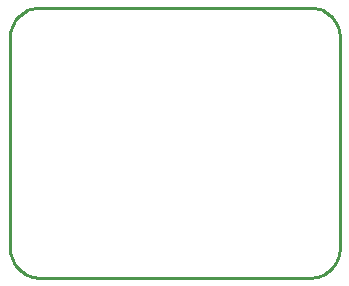
<source format=gbr>
G04 EAGLE Gerber RS-274X export*
G75*
%MOMM*%
%FSLAX34Y34*%
%LPD*%
%IN*%
%IPPOS*%
%AMOC8*
5,1,8,0,0,1.08239X$1,22.5*%
G01*
%ADD10C,0.254000*%


D10*
X0Y25400D02*
X97Y23186D01*
X386Y20989D01*
X865Y18826D01*
X1532Y16713D01*
X2380Y14666D01*
X3403Y12700D01*
X4594Y10831D01*
X5942Y9073D01*
X7440Y7440D01*
X9073Y5942D01*
X10831Y4594D01*
X12700Y3403D01*
X14666Y2380D01*
X16713Y1532D01*
X18826Y865D01*
X20989Y386D01*
X23186Y97D01*
X25400Y0D01*
X254000Y0D01*
X256214Y97D01*
X258411Y386D01*
X260574Y865D01*
X262687Y1532D01*
X264735Y2380D01*
X266700Y3403D01*
X268569Y4594D01*
X270327Y5942D01*
X271961Y7440D01*
X273458Y9073D01*
X274806Y10831D01*
X275997Y12700D01*
X277020Y14666D01*
X277868Y16713D01*
X278535Y18826D01*
X279014Y20989D01*
X279303Y23186D01*
X279400Y25400D01*
X279400Y203200D01*
X279303Y205414D01*
X279014Y207611D01*
X278535Y209774D01*
X277868Y211887D01*
X277020Y213935D01*
X275997Y215900D01*
X274806Y217769D01*
X273458Y219527D01*
X271961Y221161D01*
X270327Y222658D01*
X268569Y224006D01*
X266700Y225197D01*
X264735Y226220D01*
X262687Y227068D01*
X260574Y227735D01*
X258411Y228214D01*
X256214Y228503D01*
X254000Y228600D01*
X25400Y228600D01*
X23186Y228503D01*
X20989Y228214D01*
X18826Y227735D01*
X16713Y227068D01*
X14666Y226220D01*
X12700Y225197D01*
X10831Y224006D01*
X9073Y222658D01*
X7440Y221161D01*
X5942Y219527D01*
X4594Y217769D01*
X3403Y215900D01*
X2380Y213935D01*
X1532Y211887D01*
X865Y209774D01*
X386Y207611D01*
X97Y205414D01*
X0Y203200D01*
X0Y25400D01*
M02*

</source>
